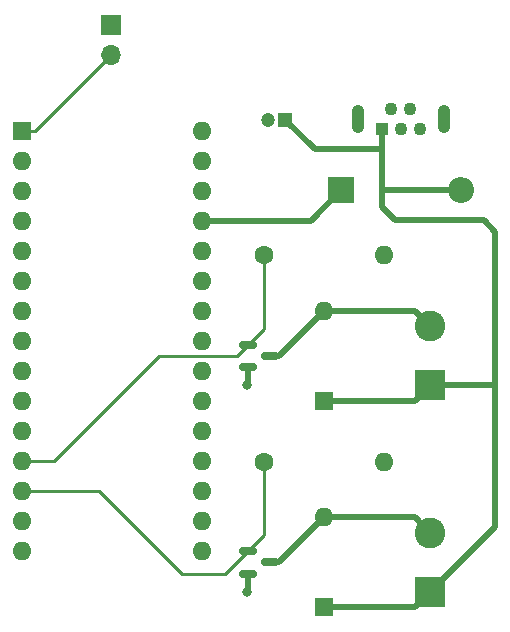
<source format=gbr>
%TF.GenerationSoftware,KiCad,Pcbnew,7.0.5*%
%TF.CreationDate,2023-08-09T22:54:17+08:00*%
%TF.ProjectId,taiko_vibrator,7461696b-6f5f-4766-9962-7261746f722e,rev?*%
%TF.SameCoordinates,PX4524320PY42c1d80*%
%TF.FileFunction,Copper,L1,Top*%
%TF.FilePolarity,Positive*%
%FSLAX46Y46*%
G04 Gerber Fmt 4.6, Leading zero omitted, Abs format (unit mm)*
G04 Created by KiCad (PCBNEW 7.0.5) date 2023-08-09 22:54:17*
%MOMM*%
%LPD*%
G01*
G04 APERTURE LIST*
G04 Aperture macros list*
%AMRoundRect*
0 Rectangle with rounded corners*
0 $1 Rounding radius*
0 $2 $3 $4 $5 $6 $7 $8 $9 X,Y pos of 4 corners*
0 Add a 4 corners polygon primitive as box body*
4,1,4,$2,$3,$4,$5,$6,$7,$8,$9,$2,$3,0*
0 Add four circle primitives for the rounded corners*
1,1,$1+$1,$2,$3*
1,1,$1+$1,$4,$5*
1,1,$1+$1,$6,$7*
1,1,$1+$1,$8,$9*
0 Add four rect primitives between the rounded corners*
20,1,$1+$1,$2,$3,$4,$5,0*
20,1,$1+$1,$4,$5,$6,$7,0*
20,1,$1+$1,$6,$7,$8,$9,0*
20,1,$1+$1,$8,$9,$2,$3,0*%
G04 Aperture macros list end*
%TA.AperFunction,ComponentPad*%
%ADD10R,1.600000X1.600000*%
%TD*%
%TA.AperFunction,ComponentPad*%
%ADD11O,1.600000X1.600000*%
%TD*%
%TA.AperFunction,ComponentPad*%
%ADD12R,2.200000X2.200000*%
%TD*%
%TA.AperFunction,ComponentPad*%
%ADD13O,2.200000X2.200000*%
%TD*%
%TA.AperFunction,ComponentPad*%
%ADD14R,1.700000X1.700000*%
%TD*%
%TA.AperFunction,ComponentPad*%
%ADD15O,1.700000X1.700000*%
%TD*%
%TA.AperFunction,ComponentPad*%
%ADD16R,2.600000X2.600000*%
%TD*%
%TA.AperFunction,ComponentPad*%
%ADD17C,2.600000*%
%TD*%
%TA.AperFunction,SMDPad,CuDef*%
%ADD18RoundRect,0.150000X-0.587500X-0.150000X0.587500X-0.150000X0.587500X0.150000X-0.587500X0.150000X0*%
%TD*%
%TA.AperFunction,ComponentPad*%
%ADD19R,1.200000X1.200000*%
%TD*%
%TA.AperFunction,ComponentPad*%
%ADD20C,1.200000*%
%TD*%
%TA.AperFunction,ComponentPad*%
%ADD21C,1.600000*%
%TD*%
%TA.AperFunction,ComponentPad*%
%ADD22R,1.100000X1.100000*%
%TD*%
%TA.AperFunction,ComponentPad*%
%ADD23C,1.100000*%
%TD*%
%TA.AperFunction,ComponentPad*%
%ADD24O,1.100000X2.400000*%
%TD*%
%TA.AperFunction,ViaPad*%
%ADD25C,0.800000*%
%TD*%
%TA.AperFunction,Conductor*%
%ADD26C,0.500000*%
%TD*%
%TA.AperFunction,Conductor*%
%ADD27C,0.250000*%
%TD*%
G04 APERTURE END LIST*
D10*
%TO.P,D3,1,K*%
%TO.N,+5V_USB*%
X5500000Y-21310000D03*
D11*
%TO.P,D3,2,A*%
%TO.N,Net-(D3-A)*%
X5500000Y-13690000D03*
%TD*%
D12*
%TO.P,D1,1,K*%
%TO.N,+5V_MCU*%
X6920000Y14000000D03*
D13*
%TO.P,D1,2,A*%
%TO.N,+5V_USB*%
X17080000Y14000000D03*
%TD*%
D10*
%TO.P,A1,1,D1/TX*%
%TO.N,/TX*%
X-20110000Y19050000D03*
D11*
%TO.P,A1,2,D0/RX*%
%TO.N,unconnected-(A1-D0{slash}RX-Pad2)*%
X-20110000Y16510000D03*
%TO.P,A1,3,~{RESET}*%
%TO.N,unconnected-(A1-~{RESET}-Pad3)*%
X-20110000Y13970000D03*
%TO.P,A1,4,GND*%
%TO.N,GND*%
X-20110000Y11430000D03*
%TO.P,A1,5,D2*%
%TO.N,unconnected-(A1-D2-Pad5)*%
X-20110000Y8890000D03*
%TO.P,A1,6,D3*%
%TO.N,unconnected-(A1-D3-Pad6)*%
X-20110000Y6350000D03*
%TO.P,A1,7,D4*%
%TO.N,unconnected-(A1-D4-Pad7)*%
X-20110000Y3810000D03*
%TO.P,A1,8,D5*%
%TO.N,unconnected-(A1-D5-Pad8)*%
X-20110000Y1270000D03*
%TO.P,A1,9,D6*%
%TO.N,unconnected-(A1-D6-Pad9)*%
X-20110000Y-1270000D03*
%TO.P,A1,10,D7*%
%TO.N,unconnected-(A1-D7-Pad10)*%
X-20110000Y-3810000D03*
%TO.P,A1,11,D8*%
%TO.N,unconnected-(A1-D8-Pad11)*%
X-20110000Y-6350000D03*
%TO.P,A1,12,D9*%
%TO.N,/PWM1*%
X-20110000Y-8890000D03*
%TO.P,A1,13,D10*%
%TO.N,/PWM2*%
X-20110000Y-11430000D03*
%TO.P,A1,14,D11*%
%TO.N,unconnected-(A1-D11-Pad14)*%
X-20110000Y-13970000D03*
%TO.P,A1,15,D12*%
%TO.N,unconnected-(A1-D12-Pad15)*%
X-20110000Y-16510000D03*
%TO.P,A1,16,D13*%
%TO.N,unconnected-(A1-D13-Pad16)*%
X-4870000Y-16510000D03*
%TO.P,A1,17,3V3*%
%TO.N,unconnected-(A1-3V3-Pad17)*%
X-4870000Y-13970000D03*
%TO.P,A1,18,AREF*%
%TO.N,unconnected-(A1-AREF-Pad18)*%
X-4870000Y-11430000D03*
%TO.P,A1,19,A0*%
%TO.N,unconnected-(A1-A0-Pad19)*%
X-4870000Y-8890000D03*
%TO.P,A1,20,A1*%
%TO.N,unconnected-(A1-A1-Pad20)*%
X-4870000Y-6350000D03*
%TO.P,A1,21,A2*%
%TO.N,unconnected-(A1-A2-Pad21)*%
X-4870000Y-3810000D03*
%TO.P,A1,22,A3*%
%TO.N,unconnected-(A1-A3-Pad22)*%
X-4870000Y-1270000D03*
%TO.P,A1,23,A4*%
%TO.N,unconnected-(A1-A4-Pad23)*%
X-4870000Y1270000D03*
%TO.P,A1,24,A5*%
%TO.N,unconnected-(A1-A5-Pad24)*%
X-4870000Y3810000D03*
%TO.P,A1,25,A6*%
%TO.N,unconnected-(A1-A6-Pad25)*%
X-4870000Y6350000D03*
%TO.P,A1,26,A7*%
%TO.N,unconnected-(A1-A7-Pad26)*%
X-4870000Y8890000D03*
%TO.P,A1,27,+5V*%
%TO.N,+5V_MCU*%
X-4870000Y11430000D03*
%TO.P,A1,28,~{RESET}*%
%TO.N,unconnected-(A1-~{RESET}-Pad28)*%
X-4870000Y13970000D03*
%TO.P,A1,29,GND*%
%TO.N,GND*%
X-4870000Y16510000D03*
%TO.P,A1,30,VIN*%
%TO.N,unconnected-(A1-VIN-Pad30)*%
X-4870000Y19050000D03*
%TD*%
D10*
%TO.P,D2,1,K*%
%TO.N,+5V_USB*%
X5500000Y-3810000D03*
D11*
%TO.P,D2,2,A*%
%TO.N,Net-(D2-A)*%
X5500000Y3810000D03*
%TD*%
D14*
%TO.P,J4,1,Pin_1*%
%TO.N,GND*%
X-12500000Y28040000D03*
D15*
%TO.P,J4,2,Pin_2*%
%TO.N,/TX*%
X-12500000Y25500000D03*
%TD*%
D16*
%TO.P,J3,1,Pin_1*%
%TO.N,+5V_USB*%
X14500000Y-20000000D03*
D17*
%TO.P,J3,2,Pin_2*%
%TO.N,Net-(D3-A)*%
X14500000Y-15000000D03*
%TD*%
D18*
%TO.P,Q1,1,G*%
%TO.N,/PWM1*%
X-937500Y950000D03*
%TO.P,Q1,2,S*%
%TO.N,GND*%
X-937500Y-950000D03*
%TO.P,Q1,3,D*%
%TO.N,Net-(D2-A)*%
X937500Y0D03*
%TD*%
%TO.P,Q2,1,G*%
%TO.N,/PWM2*%
X-937500Y-16550000D03*
%TO.P,Q2,2,S*%
%TO.N,GND*%
X-937500Y-18450000D03*
%TO.P,Q2,3,D*%
%TO.N,Net-(D3-A)*%
X937500Y-17500000D03*
%TD*%
D16*
%TO.P,J2,1,Pin_1*%
%TO.N,+5V_USB*%
X14500000Y-2500000D03*
D17*
%TO.P,J2,2,Pin_2*%
%TO.N,Net-(D2-A)*%
X14500000Y2500000D03*
%TD*%
D19*
%TO.P,C1,1*%
%TO.N,+5V_USB*%
X2222599Y20000000D03*
D20*
%TO.P,C1,2*%
%TO.N,GND*%
X722599Y20000000D03*
%TD*%
D21*
%TO.P,R2,1*%
%TO.N,/PWM2*%
X420000Y-9000000D03*
D11*
%TO.P,R2,2*%
%TO.N,GND*%
X10580000Y-9000000D03*
%TD*%
D22*
%TO.P,J1,1,VBUS*%
%TO.N,+5V_USB*%
X10400000Y19175000D03*
D23*
%TO.P,J1,2,D-*%
%TO.N,unconnected-(J1-D--Pad2)*%
X11200000Y20925000D03*
%TO.P,J1,3,D+*%
%TO.N,unconnected-(J1-D+-Pad3)*%
X12000000Y19175000D03*
%TO.P,J1,4,ID*%
%TO.N,unconnected-(J1-ID-Pad4)*%
X12800000Y20925000D03*
%TO.P,J1,5,GND*%
%TO.N,GND*%
X13600000Y19175000D03*
D24*
%TO.P,J1,6,Shield*%
X8350000Y20050000D03*
X15650000Y20050000D03*
%TD*%
D21*
%TO.P,R1,1*%
%TO.N,/PWM1*%
X420000Y8500000D03*
D11*
%TO.P,R1,2*%
%TO.N,GND*%
X10580000Y8500000D03*
%TD*%
D25*
%TO.N,GND*%
X-1000000Y-20000000D03*
X-1000000Y-2500000D03*
%TD*%
D26*
%TO.N,GND*%
X-937500Y-2437500D02*
X-1000000Y-2500000D01*
X-937500Y-950000D02*
X-937500Y-2437500D01*
X-937500Y-18450000D02*
X-937500Y-19937500D01*
X-937500Y-19937500D02*
X-1000000Y-20000000D01*
%TO.N,+5V_MCU*%
X-4870000Y11430000D02*
X4350000Y11430000D01*
X4350000Y11430000D02*
X6920000Y14000000D01*
%TO.N,+5V_USB*%
X11500000Y11500000D02*
X19000000Y11500000D01*
X20000000Y10500000D02*
X20000000Y8500000D01*
X5500000Y-21310000D02*
X13190000Y-21310000D01*
X10400000Y12600000D02*
X11500000Y11500000D01*
X13190000Y-21310000D02*
X14500000Y-20000000D01*
X17080000Y14000000D02*
X10400000Y14000000D01*
X20000000Y8500000D02*
X20000000Y-2500000D01*
X20000000Y-2500000D02*
X20000000Y-9000000D01*
X20000000Y-9000000D02*
X20000000Y-14500000D01*
X14500000Y-2500000D02*
X20000000Y-2500000D01*
X10400000Y17500000D02*
X10400000Y14000000D01*
X19000000Y11500000D02*
X20000000Y10500000D01*
X2222599Y20000000D02*
X4722599Y17500000D01*
X4722599Y17500000D02*
X10400000Y17500000D01*
X13190000Y-3810000D02*
X14500000Y-2500000D01*
X20000000Y-14500000D02*
X14500000Y-20000000D01*
X10400000Y19175000D02*
X10400000Y17500000D01*
X5500000Y-3810000D02*
X13190000Y-3810000D01*
X10400000Y14000000D02*
X10400000Y12600000D01*
%TO.N,Net-(D2-A)*%
X937500Y0D02*
X1690000Y0D01*
X13190000Y3810000D02*
X14500000Y2500000D01*
X5500000Y3810000D02*
X13190000Y3810000D01*
X1690000Y0D02*
X5500000Y3810000D01*
D27*
%TO.N,/PWM2*%
X-13570000Y-11430000D02*
X-20110000Y-11430000D01*
X-937500Y-16550000D02*
X-2887500Y-18500000D01*
X420000Y-15192500D02*
X-937500Y-16550000D01*
X-2887500Y-18500000D02*
X-6500000Y-18500000D01*
X-6500000Y-18500000D02*
X-13570000Y-11430000D01*
X420000Y-9000000D02*
X420000Y-15192500D01*
%TO.N,/PWM1*%
X-20110000Y-8890000D02*
X-17390000Y-8890000D01*
X-8500000Y0D02*
X-1887500Y0D01*
X-17390000Y-8890000D02*
X-8500000Y0D01*
X-1887500Y0D02*
X-937500Y950000D01*
X-937500Y950000D02*
X420000Y2307500D01*
X420000Y2307500D02*
X420000Y8500000D01*
D26*
%TO.N,Net-(D3-A)*%
X13190000Y-13690000D02*
X14500000Y-15000000D01*
X937500Y-17500000D02*
X1690000Y-17500000D01*
X5500000Y-13690000D02*
X13190000Y-13690000D01*
X1690000Y-17500000D02*
X5500000Y-13690000D01*
D27*
%TO.N,/TX*%
X-18950000Y19050000D02*
X-12500000Y25500000D01*
X-20110000Y19050000D02*
X-18950000Y19050000D01*
%TD*%
M02*

</source>
